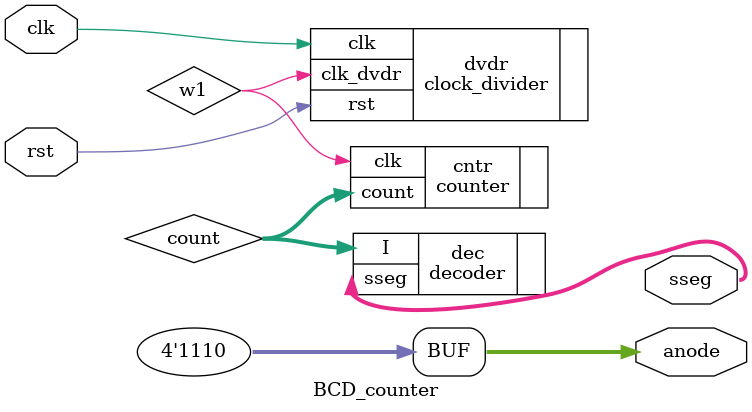
<source format=v>
`timescale 1ns / 1ps


module BCD_counter(
    input rst,
    input clk,
    output [6:0] sseg,
    output [3:0] anode
    );
    
    wire w1;
    wire [3:0] count;
    
    clock_divider dvdr(.clk(clk), .rst(rst), .clk_dvdr(w1));
    
    counter cntr(.clk(w1), .count(count));
    
    decoder dec(.I(count), .sseg(sseg));
    
    assign anode = 4'b1110;
    
    
endmodule

</source>
